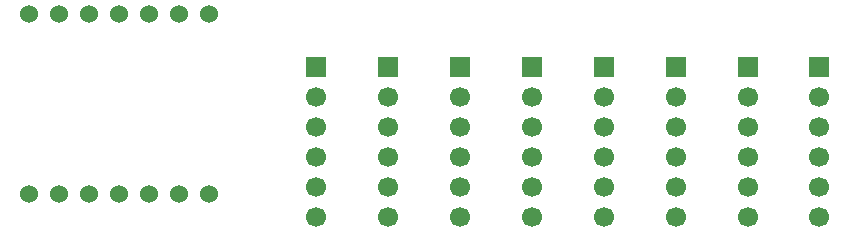
<source format=gbr>
%TF.GenerationSoftware,KiCad,Pcbnew,9.0.2*%
%TF.CreationDate,2025-08-25T15:59:26+09:00*%
%TF.ProjectId,imu_controller_board,696d755f-636f-46e7-9472-6f6c6c65725f,rev?*%
%TF.SameCoordinates,Original*%
%TF.FileFunction,Soldermask,Bot*%
%TF.FilePolarity,Negative*%
%FSLAX46Y46*%
G04 Gerber Fmt 4.6, Leading zero omitted, Abs format (unit mm)*
G04 Created by KiCad (PCBNEW 9.0.2) date 2025-08-25 15:59:26*
%MOMM*%
%LPD*%
G01*
G04 APERTURE LIST*
%ADD10R,1.700000X1.700000*%
%ADD11C,1.700000*%
%ADD12C,1.524000*%
G04 APERTURE END LIST*
D10*
%TO.C,J1*%
X93300000Y-85180000D03*
D11*
X93300000Y-87720000D03*
X93300000Y-90260000D03*
X93300000Y-92800000D03*
X93300000Y-95340000D03*
X93300000Y-97880000D03*
%TD*%
D10*
%TO.C,J2*%
X99385714Y-85180000D03*
D11*
X99385714Y-87720000D03*
X99385714Y-90260000D03*
X99385714Y-92800000D03*
X99385714Y-95340000D03*
X99385714Y-97880000D03*
%TD*%
D10*
%TO.C,J3*%
X105471429Y-85180000D03*
D11*
X105471429Y-87720000D03*
X105471429Y-90260000D03*
X105471429Y-92800000D03*
X105471429Y-95340000D03*
X105471429Y-97880000D03*
%TD*%
D10*
%TO.C,J8*%
X135900000Y-85180000D03*
D11*
X135900000Y-87720000D03*
X135900000Y-90260000D03*
X135900000Y-92800000D03*
X135900000Y-95340000D03*
X135900000Y-97880000D03*
%TD*%
D10*
%TO.C,J7*%
X129814286Y-85180000D03*
D11*
X129814286Y-87720000D03*
X129814286Y-90260000D03*
X129814286Y-92800000D03*
X129814286Y-95340000D03*
X129814286Y-97880000D03*
%TD*%
D10*
%TO.C,J6*%
X123728571Y-85180000D03*
D11*
X123728571Y-87720000D03*
X123728571Y-90260000D03*
X123728571Y-92800000D03*
X123728571Y-95340000D03*
X123728571Y-97880000D03*
%TD*%
D10*
%TO.C,J5*%
X117642857Y-85180000D03*
D11*
X117642857Y-87720000D03*
X117642857Y-90260000D03*
X117642857Y-92800000D03*
X117642857Y-95340000D03*
X117642857Y-97880000D03*
%TD*%
D10*
%TO.C,J4*%
X111557143Y-85180000D03*
D11*
X111557143Y-87720000D03*
X111557143Y-90260000D03*
X111557143Y-92800000D03*
X111557143Y-95340000D03*
X111557143Y-97880000D03*
%TD*%
D12*
%TO.C,U1*%
X69000000Y-95900000D03*
X71540000Y-95900000D03*
X74080000Y-95900000D03*
X76620000Y-95900000D03*
X79160000Y-95900000D03*
X81700000Y-95900000D03*
X84240000Y-95900000D03*
X84240000Y-80660000D03*
X81700000Y-80660000D03*
X79160000Y-80660000D03*
X76620000Y-80660000D03*
X74080000Y-80660000D03*
X71540000Y-80660000D03*
X69000000Y-80660000D03*
%TD*%
M02*

</source>
